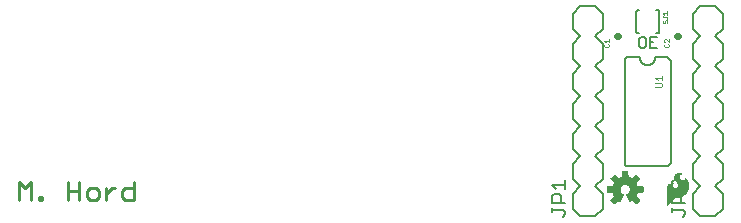
<source format=gbr>
G04 EAGLE Gerber RS-274X export*
G75*
%MOMM*%
%FSLAX34Y34*%
%LPD*%
%INSilkscreen Top*%
%IPPOS*%
%AMOC8*
5,1,8,0,0,1.08239X$1,22.5*%
G01*
%ADD10C,0.279400*%
%ADD11C,0.152400*%
%ADD12C,0.203200*%
%ADD13C,0.050800*%
%ADD14C,0.558800*%
%ADD15C,0.025400*%
%ADD16C,0.127000*%

G36*
X53770Y10306D02*
X53770Y10306D01*
X53878Y10316D01*
X53891Y10322D01*
X53905Y10324D01*
X54002Y10372D01*
X54101Y10417D01*
X54114Y10428D01*
X54123Y10432D01*
X54138Y10448D01*
X54215Y10510D01*
X56800Y13095D01*
X56863Y13184D01*
X56929Y13269D01*
X56934Y13282D01*
X56942Y13294D01*
X56973Y13397D01*
X57009Y13500D01*
X57009Y13514D01*
X57013Y13527D01*
X57009Y13635D01*
X57010Y13744D01*
X57005Y13757D01*
X57005Y13771D01*
X56967Y13873D01*
X56932Y13975D01*
X56923Y13990D01*
X56919Y13999D01*
X56905Y14016D01*
X56851Y14098D01*
X54087Y17488D01*
X54644Y18570D01*
X54650Y18590D01*
X54692Y18685D01*
X55063Y19844D01*
X59414Y20287D01*
X59518Y20315D01*
X59624Y20340D01*
X59636Y20347D01*
X59649Y20350D01*
X59739Y20411D01*
X59832Y20468D01*
X59840Y20479D01*
X59852Y20487D01*
X59918Y20573D01*
X59987Y20657D01*
X59991Y20670D01*
X60000Y20681D01*
X60034Y20784D01*
X60073Y20885D01*
X60074Y20903D01*
X60078Y20912D01*
X60078Y20934D01*
X60087Y21032D01*
X60087Y24688D01*
X60070Y24795D01*
X60056Y24903D01*
X60050Y24915D01*
X60048Y24929D01*
X59996Y25025D01*
X59949Y25122D01*
X59939Y25132D01*
X59933Y25144D01*
X59853Y25218D01*
X59777Y25295D01*
X59765Y25301D01*
X59755Y25311D01*
X59656Y25356D01*
X59559Y25404D01*
X59541Y25408D01*
X59532Y25412D01*
X59511Y25414D01*
X59414Y25433D01*
X55063Y25876D01*
X54692Y27035D01*
X54683Y27052D01*
X54681Y27060D01*
X54677Y27067D01*
X54644Y27150D01*
X54087Y28232D01*
X56851Y31622D01*
X56905Y31716D01*
X56962Y31808D01*
X56965Y31821D01*
X56972Y31833D01*
X56993Y31940D01*
X57018Y32045D01*
X57016Y32059D01*
X57019Y32073D01*
X57004Y32180D01*
X56994Y32288D01*
X56988Y32301D01*
X56986Y32315D01*
X56938Y32412D01*
X56893Y32511D01*
X56882Y32524D01*
X56878Y32533D01*
X56862Y32548D01*
X56800Y32625D01*
X54215Y35210D01*
X54126Y35273D01*
X54041Y35339D01*
X54028Y35344D01*
X54016Y35352D01*
X53913Y35383D01*
X53810Y35419D01*
X53796Y35419D01*
X53783Y35423D01*
X53675Y35419D01*
X53566Y35420D01*
X53553Y35415D01*
X53539Y35415D01*
X53437Y35377D01*
X53335Y35342D01*
X53320Y35333D01*
X53311Y35329D01*
X53294Y35315D01*
X53212Y35261D01*
X49822Y32497D01*
X48740Y33054D01*
X48720Y33060D01*
X48625Y33102D01*
X47466Y33473D01*
X47023Y37824D01*
X46995Y37928D01*
X46970Y38034D01*
X46963Y38046D01*
X46960Y38059D01*
X46899Y38149D01*
X46842Y38242D01*
X46831Y38250D01*
X46823Y38262D01*
X46737Y38328D01*
X46653Y38397D01*
X46640Y38401D01*
X46629Y38410D01*
X46526Y38444D01*
X46425Y38483D01*
X46407Y38484D01*
X46398Y38488D01*
X46376Y38488D01*
X46278Y38497D01*
X42622Y38497D01*
X42515Y38480D01*
X42407Y38466D01*
X42395Y38460D01*
X42381Y38458D01*
X42285Y38406D01*
X42188Y38359D01*
X42178Y38349D01*
X42166Y38343D01*
X42092Y38263D01*
X42015Y38187D01*
X42009Y38175D01*
X41999Y38165D01*
X41954Y38066D01*
X41906Y37969D01*
X41902Y37951D01*
X41898Y37942D01*
X41896Y37921D01*
X41877Y37824D01*
X41434Y33473D01*
X40275Y33102D01*
X40257Y33092D01*
X40160Y33054D01*
X39078Y32497D01*
X35688Y35261D01*
X35594Y35315D01*
X35502Y35372D01*
X35489Y35375D01*
X35477Y35382D01*
X35370Y35403D01*
X35265Y35428D01*
X35251Y35426D01*
X35237Y35429D01*
X35130Y35414D01*
X35022Y35404D01*
X35009Y35398D01*
X34996Y35396D01*
X34898Y35348D01*
X34799Y35303D01*
X34786Y35292D01*
X34777Y35288D01*
X34762Y35272D01*
X34685Y35210D01*
X32100Y32625D01*
X32037Y32536D01*
X31971Y32451D01*
X31966Y32438D01*
X31958Y32426D01*
X31927Y32323D01*
X31891Y32220D01*
X31891Y32206D01*
X31887Y32193D01*
X31891Y32085D01*
X31890Y31976D01*
X31895Y31963D01*
X31895Y31949D01*
X31933Y31847D01*
X31968Y31745D01*
X31977Y31730D01*
X31981Y31721D01*
X31995Y31704D01*
X32049Y31622D01*
X34813Y28232D01*
X34256Y27150D01*
X34250Y27130D01*
X34208Y27035D01*
X33837Y25876D01*
X29486Y25433D01*
X29382Y25405D01*
X29276Y25380D01*
X29264Y25373D01*
X29251Y25370D01*
X29161Y25309D01*
X29068Y25252D01*
X29060Y25241D01*
X29048Y25233D01*
X28982Y25147D01*
X28914Y25063D01*
X28909Y25050D01*
X28900Y25039D01*
X28866Y24936D01*
X28827Y24835D01*
X28826Y24817D01*
X28822Y24808D01*
X28823Y24786D01*
X28813Y24688D01*
X28813Y21032D01*
X28830Y20925D01*
X28844Y20817D01*
X28850Y20805D01*
X28852Y20791D01*
X28904Y20695D01*
X28951Y20598D01*
X28961Y20588D01*
X28967Y20576D01*
X29047Y20502D01*
X29123Y20425D01*
X29135Y20419D01*
X29146Y20409D01*
X29244Y20364D01*
X29341Y20316D01*
X29359Y20312D01*
X29368Y20308D01*
X29389Y20306D01*
X29486Y20287D01*
X33837Y19844D01*
X34208Y18685D01*
X34218Y18667D01*
X34256Y18570D01*
X34813Y17488D01*
X32049Y14098D01*
X31995Y14004D01*
X31938Y13912D01*
X31935Y13899D01*
X31928Y13887D01*
X31907Y13780D01*
X31882Y13675D01*
X31884Y13661D01*
X31881Y13647D01*
X31896Y13540D01*
X31906Y13432D01*
X31912Y13419D01*
X31914Y13406D01*
X31962Y13308D01*
X32007Y13209D01*
X32018Y13196D01*
X32022Y13187D01*
X32038Y13172D01*
X32100Y13095D01*
X34685Y10510D01*
X34774Y10447D01*
X34859Y10381D01*
X34872Y10376D01*
X34884Y10368D01*
X34987Y10337D01*
X35090Y10301D01*
X35104Y10301D01*
X35117Y10297D01*
X35225Y10301D01*
X35334Y10300D01*
X35347Y10305D01*
X35361Y10305D01*
X35463Y10343D01*
X35565Y10378D01*
X35580Y10387D01*
X35589Y10391D01*
X35606Y10405D01*
X35688Y10459D01*
X39078Y13223D01*
X40160Y12666D01*
X40213Y12649D01*
X40262Y12623D01*
X40328Y12612D01*
X40392Y12591D01*
X40448Y12592D01*
X40502Y12583D01*
X40569Y12594D01*
X40636Y12595D01*
X40688Y12613D01*
X40743Y12622D01*
X40803Y12654D01*
X40866Y12677D01*
X40909Y12711D01*
X40959Y12737D01*
X41005Y12786D01*
X41057Y12828D01*
X41088Y12875D01*
X41126Y12915D01*
X41182Y13020D01*
X41190Y13033D01*
X41191Y13038D01*
X41195Y13045D01*
X43348Y18242D01*
X43368Y18326D01*
X43373Y18338D01*
X43375Y18354D01*
X43400Y18440D01*
X43399Y18460D01*
X43404Y18480D01*
X43396Y18562D01*
X43397Y18581D01*
X43393Y18601D01*
X43389Y18684D01*
X43382Y18703D01*
X43380Y18723D01*
X43348Y18792D01*
X43342Y18819D01*
X43327Y18843D01*
X43300Y18912D01*
X43287Y18927D01*
X43279Y18945D01*
X43234Y18994D01*
X43214Y19026D01*
X43182Y19052D01*
X43143Y19098D01*
X43122Y19113D01*
X43112Y19123D01*
X43091Y19135D01*
X43028Y19179D01*
X43025Y19181D01*
X43024Y19181D01*
X43022Y19183D01*
X42138Y19678D01*
X41459Y20305D01*
X40945Y21074D01*
X40625Y21942D01*
X40517Y22859D01*
X40630Y23794D01*
X40961Y24675D01*
X41493Y25452D01*
X42194Y26081D01*
X43024Y26524D01*
X43936Y26758D01*
X44878Y26768D01*
X45794Y26554D01*
X46634Y26129D01*
X47348Y25516D01*
X47897Y24751D01*
X48248Y23877D01*
X48381Y22945D01*
X48289Y22008D01*
X47977Y21120D01*
X47462Y20332D01*
X46775Y19688D01*
X45876Y19182D01*
X45836Y19149D01*
X45794Y19127D01*
X45763Y19094D01*
X45715Y19059D01*
X45702Y19042D01*
X45686Y19029D01*
X45651Y18975D01*
X45627Y18949D01*
X45614Y18918D01*
X45572Y18861D01*
X45566Y18841D01*
X45555Y18823D01*
X45537Y18750D01*
X45527Y18727D01*
X45524Y18703D01*
X45501Y18628D01*
X45502Y18607D01*
X45497Y18586D01*
X45504Y18502D01*
X45503Y18484D01*
X45506Y18468D01*
X45509Y18384D01*
X45517Y18358D01*
X45518Y18343D01*
X45528Y18321D01*
X45552Y18242D01*
X45860Y17497D01*
X45861Y17497D01*
X46171Y16748D01*
X46481Y15999D01*
X46481Y15998D01*
X46792Y15250D01*
X46792Y15249D01*
X47102Y14500D01*
X47412Y13751D01*
X47413Y13751D01*
X47705Y13045D01*
X47734Y12998D01*
X47755Y12946D01*
X47798Y12895D01*
X47834Y12838D01*
X47877Y12803D01*
X47913Y12760D01*
X47970Y12726D01*
X48022Y12683D01*
X48074Y12664D01*
X48122Y12635D01*
X48188Y12621D01*
X48251Y12597D01*
X48306Y12595D01*
X48360Y12584D01*
X48427Y12591D01*
X48494Y12589D01*
X48548Y12605D01*
X48603Y12612D01*
X48714Y12656D01*
X48728Y12660D01*
X48732Y12663D01*
X48740Y12666D01*
X49822Y13223D01*
X53212Y10459D01*
X53306Y10405D01*
X53398Y10348D01*
X53411Y10345D01*
X53423Y10338D01*
X53530Y10317D01*
X53635Y10292D01*
X53649Y10294D01*
X53663Y10291D01*
X53770Y10306D01*
G37*
G36*
X80020Y8791D02*
X80020Y8791D01*
X80024Y8789D01*
X80094Y8825D01*
X80104Y8830D01*
X80105Y8831D01*
X84977Y14313D01*
X85831Y15095D01*
X86821Y15684D01*
X87172Y15811D01*
X87540Y15876D01*
X89815Y15876D01*
X89820Y15878D01*
X89826Y15876D01*
X91190Y16000D01*
X91200Y16006D01*
X91212Y16004D01*
X92531Y16372D01*
X92539Y16380D01*
X92552Y16381D01*
X93782Y16981D01*
X93789Y16988D01*
X93800Y16991D01*
X94957Y17808D01*
X94962Y17816D01*
X94971Y17819D01*
X96002Y18791D01*
X96005Y18799D01*
X96011Y18801D01*
X96012Y18803D01*
X96014Y18804D01*
X96899Y19911D01*
X96901Y19921D01*
X96910Y19928D01*
X97857Y21609D01*
X97858Y21620D01*
X97866Y21630D01*
X98494Y23454D01*
X98493Y23465D01*
X98500Y23476D01*
X98788Y25383D01*
X98785Y25394D01*
X98790Y25406D01*
X98788Y25458D01*
X98780Y25710D01*
X98776Y25836D01*
X98776Y25837D01*
X98768Y26089D01*
X98760Y26342D01*
X98756Y26468D01*
X98748Y26720D01*
X98737Y27099D01*
X98729Y27334D01*
X98725Y27343D01*
X98727Y27355D01*
X98520Y28394D01*
X98515Y28402D01*
X98515Y28413D01*
X98157Y29410D01*
X98151Y29417D01*
X98150Y29428D01*
X97648Y30362D01*
X97639Y30369D01*
X97636Y30381D01*
X96729Y31518D01*
X96718Y31524D01*
X96711Y31537D01*
X95585Y32458D01*
X95542Y32470D01*
X95501Y32486D01*
X95496Y32484D01*
X95490Y32485D01*
X95452Y32464D01*
X95412Y32445D01*
X95409Y32439D01*
X95405Y32437D01*
X95397Y32408D01*
X95379Y32360D01*
X95379Y31480D01*
X95363Y31360D01*
X95319Y31257D01*
X95045Y30917D01*
X94684Y30669D01*
X94510Y30604D01*
X93972Y30546D01*
X93442Y30644D01*
X92954Y30893D01*
X92052Y31544D01*
X91640Y31898D01*
X91289Y32308D01*
X91006Y32766D01*
X90800Y33260D01*
X90741Y33560D01*
X90753Y33863D01*
X90910Y34382D01*
X91196Y34842D01*
X91591Y35212D01*
X92072Y35467D01*
X92562Y35606D01*
X93073Y35663D01*
X93676Y35663D01*
X93677Y35663D01*
X93699Y35672D01*
X93767Y35701D01*
X93802Y35793D01*
X93798Y35802D01*
X93764Y35878D01*
X93762Y35881D01*
X93761Y35882D01*
X93760Y35883D01*
X93739Y35903D01*
X93732Y35906D01*
X93728Y35914D01*
X93293Y36252D01*
X93278Y36256D01*
X93266Y36268D01*
X92762Y36489D01*
X92761Y36489D01*
X92405Y36641D01*
X92177Y36742D01*
X92167Y36743D01*
X92157Y36749D01*
X91279Y36969D01*
X91270Y36968D01*
X91260Y36972D01*
X90360Y37058D01*
X90350Y37054D01*
X90338Y37058D01*
X89470Y36992D01*
X89459Y36986D01*
X89446Y36987D01*
X88606Y36756D01*
X88596Y36748D01*
X88583Y36747D01*
X87803Y36359D01*
X87796Y36351D01*
X87785Y36348D01*
X87008Y35788D01*
X87004Y35781D01*
X86995Y35777D01*
X86299Y35119D01*
X86294Y35108D01*
X86283Y35100D01*
X85852Y34497D01*
X85849Y34482D01*
X85837Y34469D01*
X85570Y33777D01*
X85570Y33761D01*
X85562Y33746D01*
X85475Y33009D01*
X85480Y32994D01*
X85476Y32977D01*
X85575Y32242D01*
X85583Y32229D01*
X85583Y32212D01*
X85863Y31524D01*
X85872Y31515D01*
X85875Y31501D01*
X87062Y29743D01*
X87070Y29738D01*
X87074Y29727D01*
X88527Y28186D01*
X88897Y27751D01*
X89137Y27248D01*
X89239Y26700D01*
X89196Y26144D01*
X89010Y25619D01*
X88695Y25159D01*
X88270Y24794D01*
X87727Y24501D01*
X87141Y24303D01*
X86531Y24206D01*
X85820Y24241D01*
X85142Y24448D01*
X84536Y24813D01*
X84223Y25141D01*
X84017Y25545D01*
X83924Y25961D01*
X83924Y26389D01*
X84017Y26804D01*
X84089Y26942D01*
X84207Y27056D01*
X85031Y27655D01*
X85164Y27726D01*
X85302Y27754D01*
X85460Y27738D01*
X85503Y27752D01*
X85548Y27763D01*
X85550Y27767D01*
X85554Y27768D01*
X85574Y27809D01*
X85597Y27848D01*
X85596Y27852D01*
X85598Y27856D01*
X85583Y27899D01*
X85570Y27943D01*
X85567Y27945D01*
X85566Y27949D01*
X85528Y27968D01*
X85492Y27989D01*
X85009Y28065D01*
X85004Y28064D01*
X84999Y28066D01*
X84059Y28139D01*
X84050Y28136D01*
X84039Y28139D01*
X83099Y28066D01*
X83089Y28061D01*
X83077Y28062D01*
X82378Y27878D01*
X82368Y27870D01*
X82354Y27869D01*
X81706Y27548D01*
X81698Y27539D01*
X81684Y27535D01*
X81114Y27090D01*
X81108Y27079D01*
X81096Y27073D01*
X80626Y26523D01*
X80622Y26511D01*
X80611Y26502D01*
X80210Y25770D01*
X80209Y25757D01*
X80200Y25746D01*
X79960Y24947D01*
X79961Y24934D01*
X79955Y24921D01*
X79885Y24090D01*
X79887Y24084D01*
X79885Y24079D01*
X79885Y8915D01*
X79887Y8910D01*
X79885Y8906D01*
X79906Y8866D01*
X79923Y8824D01*
X79928Y8823D01*
X79930Y8818D01*
X79973Y8805D01*
X80015Y8789D01*
X80020Y8791D01*
G37*
D10*
X-468503Y14097D02*
X-468503Y29096D01*
X-463503Y24096D01*
X-458504Y29096D01*
X-458504Y14097D01*
X-452131Y14097D02*
X-452131Y16597D01*
X-449632Y16597D01*
X-449632Y14097D01*
X-452131Y14097D01*
X-427574Y14097D02*
X-427574Y29096D01*
X-427574Y21596D02*
X-417575Y21596D01*
X-417575Y14097D02*
X-417575Y29096D01*
X-408703Y14097D02*
X-403703Y14097D01*
X-401203Y16597D01*
X-401203Y21596D01*
X-403703Y24096D01*
X-408703Y24096D01*
X-411203Y21596D01*
X-411203Y16597D01*
X-408703Y14097D01*
X-394831Y14097D02*
X-394831Y24096D01*
X-394831Y19097D02*
X-389831Y24096D01*
X-387332Y24096D01*
X-371189Y29096D02*
X-371189Y14097D01*
X-378688Y14097D01*
X-381188Y16597D01*
X-381188Y21596D01*
X-378688Y24096D01*
X-371189Y24096D01*
D11*
X57617Y151645D02*
X60499Y151645D01*
X57617Y151645D02*
X56177Y150205D01*
X56177Y144443D01*
X57617Y143002D01*
X60499Y143002D01*
X61939Y144443D01*
X61939Y150205D01*
X60499Y151645D01*
X65532Y151645D02*
X71294Y151645D01*
X65532Y151645D02*
X65532Y143002D01*
X71294Y143002D01*
X68413Y147324D02*
X65532Y147324D01*
D12*
X82963Y131318D02*
X82963Y46482D01*
X47847Y42672D02*
X47734Y42656D01*
X47620Y42645D01*
X47506Y42638D01*
X47392Y42634D01*
X47277Y42635D01*
X47163Y42639D01*
X47049Y42647D01*
X46935Y42659D01*
X46822Y42675D01*
X46710Y42695D01*
X46598Y42719D01*
X46487Y42746D01*
X46377Y42778D01*
X46268Y42813D01*
X46160Y42851D01*
X46054Y42894D01*
X45950Y42940D01*
X45846Y42989D01*
X45745Y43042D01*
X45646Y43098D01*
X45548Y43158D01*
X45453Y43221D01*
X45360Y43288D01*
X45269Y43357D01*
X45181Y43429D01*
X45095Y43505D01*
X45011Y43583D01*
X44931Y43664D01*
X44853Y43748D01*
X44778Y43835D01*
X44707Y43924D01*
X44638Y44015D01*
X44572Y44109D01*
X44510Y44204D01*
X44451Y44302D01*
X44395Y44402D01*
X44343Y44504D01*
X44294Y44607D01*
X44249Y44712D01*
X44208Y44819D01*
X44170Y44927D01*
X44135Y45036D01*
X44105Y45146D01*
X44078Y45257D01*
X44056Y45369D01*
X44037Y45482D01*
X82963Y131318D02*
X82946Y131448D01*
X82925Y131577D01*
X82900Y131706D01*
X82872Y131834D01*
X82839Y131961D01*
X82803Y132087D01*
X82762Y132212D01*
X82718Y132335D01*
X82671Y132457D01*
X82619Y132578D01*
X82565Y132697D01*
X82506Y132814D01*
X82444Y132929D01*
X82379Y133043D01*
X82310Y133155D01*
X82237Y133264D01*
X82162Y133371D01*
X82083Y133476D01*
X82001Y133578D01*
X81916Y133678D01*
X81829Y133775D01*
X81738Y133870D01*
X81644Y133962D01*
X81548Y134051D01*
X81449Y134137D01*
X81348Y134219D01*
X81244Y134299D01*
X81137Y134376D01*
X81029Y134449D01*
X80918Y134519D01*
X80805Y134586D01*
X80690Y134649D01*
X80574Y134709D01*
X80455Y134765D01*
X80335Y134818D01*
X80214Y134867D01*
X80091Y134912D01*
X79966Y134954D01*
X79841Y134992D01*
X79714Y135025D01*
X79587Y135056D01*
X79458Y135082D01*
X79329Y135104D01*
X79199Y135123D01*
X79069Y135137D01*
X78938Y135148D01*
X78807Y135154D01*
X78676Y135157D01*
X78545Y135156D01*
X78414Y135150D01*
X78284Y135141D01*
X78153Y135128D01*
X82963Y46482D02*
X82961Y46360D01*
X82955Y46238D01*
X82945Y46116D01*
X82932Y45995D01*
X82914Y45874D01*
X82893Y45754D01*
X82868Y45634D01*
X82839Y45515D01*
X82806Y45398D01*
X82769Y45281D01*
X82729Y45166D01*
X82685Y45052D01*
X82637Y44940D01*
X82586Y44829D01*
X82531Y44720D01*
X82473Y44612D01*
X82411Y44507D01*
X82346Y44403D01*
X82278Y44302D01*
X82207Y44203D01*
X82132Y44106D01*
X82054Y44012D01*
X81974Y43920D01*
X81890Y43831D01*
X81804Y43745D01*
X81715Y43661D01*
X81623Y43581D01*
X81529Y43503D01*
X81432Y43428D01*
X81333Y43357D01*
X81232Y43289D01*
X81128Y43224D01*
X81023Y43162D01*
X80915Y43104D01*
X80806Y43049D01*
X80695Y42998D01*
X80583Y42950D01*
X80469Y42906D01*
X80354Y42866D01*
X80237Y42829D01*
X80120Y42796D01*
X80001Y42767D01*
X79881Y42742D01*
X79761Y42721D01*
X79640Y42703D01*
X79519Y42690D01*
X79397Y42680D01*
X79275Y42674D01*
X79153Y42672D01*
X44037Y131317D02*
X44022Y131431D01*
X44010Y131545D01*
X44003Y131659D01*
X43999Y131773D01*
X44000Y131887D01*
X44004Y132002D01*
X44012Y132116D01*
X44024Y132229D01*
X44040Y132342D01*
X44060Y132455D01*
X44084Y132567D01*
X44111Y132678D01*
X44142Y132788D01*
X44177Y132897D01*
X44216Y133004D01*
X44258Y133111D01*
X44304Y133215D01*
X44354Y133318D01*
X44407Y133420D01*
X44463Y133519D01*
X44523Y133617D01*
X44586Y133712D01*
X44652Y133805D01*
X44722Y133896D01*
X44794Y133984D01*
X44870Y134070D01*
X44948Y134153D01*
X45029Y134234D01*
X45113Y134312D01*
X45199Y134386D01*
X45288Y134458D01*
X45380Y134527D01*
X45473Y134593D01*
X45569Y134655D01*
X45667Y134714D01*
X45767Y134770D01*
X45869Y134822D01*
X45972Y134870D01*
X46077Y134916D01*
X46184Y134957D01*
X46292Y134995D01*
X46401Y135029D01*
X46511Y135059D01*
X46622Y135086D01*
X46734Y135109D01*
X46847Y135128D01*
X44037Y131318D02*
X44037Y45482D01*
X47847Y42672D02*
X79153Y42672D01*
X69596Y134620D02*
X69594Y134462D01*
X69588Y134303D01*
X69578Y134145D01*
X69564Y133988D01*
X69547Y133830D01*
X69525Y133674D01*
X69500Y133517D01*
X69470Y133362D01*
X69437Y133207D01*
X69400Y133053D01*
X69359Y132900D01*
X69314Y132748D01*
X69265Y132598D01*
X69213Y132448D01*
X69157Y132300D01*
X69097Y132153D01*
X69034Y132008D01*
X68967Y131865D01*
X68897Y131723D01*
X68823Y131583D01*
X68745Y131445D01*
X68664Y131309D01*
X68580Y131175D01*
X68493Y131043D01*
X68402Y130913D01*
X68308Y130786D01*
X68211Y130661D01*
X68110Y130538D01*
X68007Y130418D01*
X67901Y130301D01*
X67792Y130186D01*
X67680Y130074D01*
X67565Y129965D01*
X67448Y129859D01*
X67328Y129756D01*
X67205Y129655D01*
X67080Y129558D01*
X66953Y129464D01*
X66823Y129373D01*
X66691Y129286D01*
X66557Y129202D01*
X66421Y129121D01*
X66283Y129043D01*
X66143Y128969D01*
X66001Y128899D01*
X65858Y128832D01*
X65713Y128769D01*
X65566Y128709D01*
X65418Y128653D01*
X65268Y128601D01*
X65118Y128552D01*
X64966Y128507D01*
X64813Y128466D01*
X64659Y128429D01*
X64504Y128396D01*
X64349Y128366D01*
X64192Y128341D01*
X64036Y128319D01*
X63878Y128302D01*
X63721Y128288D01*
X63563Y128278D01*
X63404Y128272D01*
X63246Y128270D01*
X63088Y128272D01*
X62929Y128278D01*
X62771Y128288D01*
X62614Y128302D01*
X62456Y128319D01*
X62300Y128341D01*
X62143Y128366D01*
X61988Y128396D01*
X61833Y128429D01*
X61679Y128466D01*
X61526Y128507D01*
X61374Y128552D01*
X61224Y128601D01*
X61074Y128653D01*
X60926Y128709D01*
X60779Y128769D01*
X60634Y128832D01*
X60491Y128899D01*
X60349Y128969D01*
X60209Y129043D01*
X60071Y129121D01*
X59935Y129202D01*
X59801Y129286D01*
X59669Y129373D01*
X59539Y129464D01*
X59412Y129558D01*
X59287Y129655D01*
X59164Y129756D01*
X59044Y129859D01*
X58927Y129965D01*
X58812Y130074D01*
X58700Y130186D01*
X58591Y130301D01*
X58485Y130418D01*
X58382Y130538D01*
X58281Y130661D01*
X58184Y130786D01*
X58090Y130913D01*
X57999Y131043D01*
X57912Y131175D01*
X57828Y131309D01*
X57747Y131445D01*
X57669Y131583D01*
X57595Y131723D01*
X57525Y131865D01*
X57458Y132008D01*
X57395Y132153D01*
X57335Y132300D01*
X57279Y132448D01*
X57227Y132598D01*
X57178Y132748D01*
X57133Y132900D01*
X57092Y133053D01*
X57055Y133207D01*
X57022Y133362D01*
X56992Y133517D01*
X56967Y133674D01*
X56945Y133830D01*
X56928Y133988D01*
X56914Y134145D01*
X56904Y134303D01*
X56898Y134462D01*
X56896Y134620D01*
X69596Y135128D02*
X78026Y135128D01*
X56896Y135128D02*
X46847Y135128D01*
D13*
X70099Y109678D02*
X74760Y109678D01*
X75692Y110610D01*
X75692Y112474D01*
X74760Y113406D01*
X70099Y113406D01*
X71964Y115291D02*
X70099Y117155D01*
X75692Y117155D01*
X75692Y115291D02*
X75692Y119019D01*
D14*
X38405Y152400D02*
X37795Y152400D01*
D15*
X27175Y146179D02*
X26540Y145544D01*
X26540Y144273D01*
X27175Y143637D01*
X29717Y143637D01*
X30353Y144273D01*
X30353Y145544D01*
X29717Y146179D01*
X27811Y147379D02*
X26540Y148650D01*
X30353Y148650D01*
X30353Y147379D02*
X30353Y149921D01*
D12*
X53500Y157100D02*
X53500Y173100D01*
X70500Y155100D02*
X70598Y155082D01*
X70697Y155068D01*
X70797Y155058D01*
X70897Y155052D01*
X70997Y155050D01*
X71097Y155052D01*
X71197Y155058D01*
X71297Y155067D01*
X71396Y155081D01*
X71495Y155098D01*
X71592Y155120D01*
X71689Y155145D01*
X71785Y155174D01*
X71880Y155206D01*
X71973Y155243D01*
X72065Y155283D01*
X72155Y155326D01*
X72244Y155373D01*
X72330Y155424D01*
X72414Y155478D01*
X72497Y155535D01*
X72576Y155595D01*
X72654Y155659D01*
X72729Y155725D01*
X72801Y155795D01*
X72871Y155867D01*
X72937Y155942D01*
X73001Y156019D01*
X73061Y156099D01*
X73119Y156181D01*
X73173Y156265D01*
X73223Y156352D01*
X73271Y156440D01*
X73314Y156530D01*
X73355Y156622D01*
X73391Y156715D01*
X73424Y156809D01*
X73453Y156905D01*
X73478Y157002D01*
X73500Y157100D01*
X73501Y173100D02*
X73479Y173198D01*
X73454Y173295D01*
X73425Y173391D01*
X73392Y173485D01*
X73355Y173578D01*
X73315Y173670D01*
X73271Y173760D01*
X73224Y173848D01*
X73173Y173935D01*
X73119Y174019D01*
X73062Y174101D01*
X73001Y174181D01*
X72938Y174258D01*
X72871Y174333D01*
X72802Y174405D01*
X72729Y174474D01*
X72655Y174541D01*
X72577Y174604D01*
X72497Y174665D01*
X72415Y174722D01*
X72331Y174776D01*
X72244Y174826D01*
X72156Y174873D01*
X72066Y174917D01*
X71974Y174957D01*
X71881Y174993D01*
X71786Y175026D01*
X71690Y175055D01*
X71593Y175080D01*
X71495Y175102D01*
X71397Y175119D01*
X71297Y175133D01*
X71198Y175142D01*
X71098Y175148D01*
X70998Y175150D01*
X70898Y175148D01*
X70798Y175142D01*
X70698Y175132D01*
X70599Y175118D01*
X70500Y175100D01*
X56500Y175100D02*
X56401Y175118D01*
X56302Y175132D01*
X56202Y175142D01*
X56102Y175148D01*
X56002Y175150D01*
X55902Y175148D01*
X55802Y175142D01*
X55703Y175133D01*
X55603Y175119D01*
X55505Y175102D01*
X55407Y175080D01*
X55310Y175055D01*
X55214Y175026D01*
X55119Y174993D01*
X55026Y174957D01*
X54934Y174917D01*
X54844Y174873D01*
X54756Y174826D01*
X54669Y174776D01*
X54585Y174722D01*
X54503Y174665D01*
X54423Y174604D01*
X54345Y174541D01*
X54271Y174474D01*
X54198Y174405D01*
X54129Y174333D01*
X54062Y174258D01*
X53999Y174181D01*
X53938Y174101D01*
X53881Y174019D01*
X53827Y173935D01*
X53776Y173848D01*
X53729Y173760D01*
X53685Y173670D01*
X53645Y173578D01*
X53608Y173485D01*
X53575Y173391D01*
X53546Y173295D01*
X53521Y173198D01*
X53499Y173100D01*
X53499Y157100D02*
X53521Y157002D01*
X53546Y156905D01*
X53575Y156809D01*
X53608Y156715D01*
X53645Y156622D01*
X53685Y156530D01*
X53729Y156440D01*
X53776Y156352D01*
X53827Y156265D01*
X53881Y156181D01*
X53938Y156099D01*
X53999Y156019D01*
X54062Y155942D01*
X54129Y155867D01*
X54198Y155795D01*
X54271Y155726D01*
X54345Y155659D01*
X54423Y155596D01*
X54503Y155535D01*
X54585Y155478D01*
X54669Y155424D01*
X54756Y155374D01*
X54844Y155327D01*
X54934Y155283D01*
X55026Y155243D01*
X55119Y155207D01*
X55214Y155174D01*
X55310Y155145D01*
X55407Y155120D01*
X55505Y155098D01*
X55603Y155081D01*
X55703Y155067D01*
X55802Y155058D01*
X55902Y155052D01*
X56002Y155050D01*
X56102Y155052D01*
X56202Y155058D01*
X56302Y155068D01*
X56401Y155082D01*
X56500Y155100D01*
X73500Y157100D02*
X73500Y173100D01*
D15*
X76959Y166068D02*
X76324Y165432D01*
X76324Y164161D01*
X76959Y163526D01*
X77595Y163526D01*
X78230Y164161D01*
X78230Y165432D01*
X78866Y166068D01*
X79501Y166068D01*
X80137Y165432D01*
X80137Y164161D01*
X79501Y163526D01*
X79501Y167268D02*
X80137Y167903D01*
X80137Y168539D01*
X79501Y169174D01*
X76324Y169174D01*
X76324Y168539D02*
X76324Y169810D01*
X77595Y171010D02*
X76324Y172281D01*
X80137Y172281D01*
X80137Y171010D02*
X80137Y173552D01*
D12*
X0Y171450D02*
X0Y158750D01*
X0Y171450D02*
X6350Y177800D01*
X19050Y177800D02*
X25400Y171450D01*
X0Y133350D02*
X6350Y127000D01*
X0Y133350D02*
X0Y146050D01*
X6350Y152400D01*
X19050Y152400D02*
X25400Y146050D01*
X25400Y133350D01*
X19050Y127000D01*
X6350Y152400D02*
X0Y158750D01*
X19050Y152400D02*
X25400Y158750D01*
X25400Y171450D01*
X0Y95250D02*
X0Y82550D01*
X0Y95250D02*
X6350Y101600D01*
X19050Y101600D02*
X25400Y95250D01*
X6350Y101600D02*
X0Y107950D01*
X0Y120650D01*
X6350Y127000D01*
X19050Y127000D02*
X25400Y120650D01*
X25400Y107950D01*
X19050Y101600D01*
X0Y57150D02*
X6350Y50800D01*
X0Y57150D02*
X0Y69850D01*
X6350Y76200D01*
X19050Y76200D02*
X25400Y69850D01*
X25400Y57150D01*
X19050Y50800D01*
X6350Y76200D02*
X0Y82550D01*
X19050Y76200D02*
X25400Y82550D01*
X25400Y95250D01*
X0Y19050D02*
X0Y6350D01*
X0Y19050D02*
X6350Y25400D01*
X19050Y25400D02*
X25400Y19050D01*
X6350Y25400D02*
X0Y31750D01*
X0Y44450D01*
X6350Y50800D01*
X19050Y50800D02*
X25400Y44450D01*
X25400Y31750D01*
X19050Y25400D01*
X19050Y0D02*
X6350Y0D01*
X0Y6350D01*
X19050Y0D02*
X25400Y6350D01*
X25400Y19050D01*
X19050Y177800D02*
X6350Y177800D01*
D16*
X-6223Y1780D02*
X-8130Y-127D01*
X-6223Y1780D02*
X-6223Y3686D01*
X-8130Y5593D01*
X-17663Y5593D01*
X-17663Y3686D02*
X-17663Y7500D01*
X-17663Y11567D02*
X-6223Y11567D01*
X-17663Y11567D02*
X-17663Y17287D01*
X-15756Y19193D01*
X-11943Y19193D01*
X-10036Y17287D01*
X-10036Y11567D01*
X-13850Y23261D02*
X-17663Y27074D01*
X-6223Y27074D01*
X-6223Y23261D02*
X-6223Y30887D01*
D12*
X101600Y158750D02*
X101600Y171450D01*
X107950Y177800D01*
X120650Y177800D02*
X127000Y171450D01*
X101600Y133350D02*
X107950Y127000D01*
X101600Y133350D02*
X101600Y146050D01*
X107950Y152400D01*
X120650Y152400D02*
X127000Y146050D01*
X127000Y133350D01*
X120650Y127000D01*
X107950Y152400D02*
X101600Y158750D01*
X120650Y152400D02*
X127000Y158750D01*
X127000Y171450D01*
X101600Y95250D02*
X101600Y82550D01*
X101600Y95250D02*
X107950Y101600D01*
X120650Y101600D02*
X127000Y95250D01*
X107950Y101600D02*
X101600Y107950D01*
X101600Y120650D01*
X107950Y127000D01*
X120650Y127000D02*
X127000Y120650D01*
X127000Y107950D01*
X120650Y101600D01*
X101600Y57150D02*
X107950Y50800D01*
X101600Y57150D02*
X101600Y69850D01*
X107950Y76200D01*
X120650Y76200D02*
X127000Y69850D01*
X127000Y57150D01*
X120650Y50800D01*
X107950Y76200D02*
X101600Y82550D01*
X120650Y76200D02*
X127000Y82550D01*
X127000Y95250D01*
X101600Y19050D02*
X101600Y6350D01*
X101600Y19050D02*
X107950Y25400D01*
X120650Y25400D02*
X127000Y19050D01*
X107950Y25400D02*
X101600Y31750D01*
X101600Y44450D01*
X107950Y50800D01*
X120650Y50800D02*
X127000Y44450D01*
X127000Y31750D01*
X120650Y25400D01*
X120650Y0D02*
X107950Y0D01*
X101600Y6350D01*
X120650Y0D02*
X127000Y6350D01*
X127000Y19050D01*
X120650Y177800D02*
X107950Y177800D01*
D16*
X95377Y1780D02*
X93470Y-127D01*
X95377Y1780D02*
X95377Y3686D01*
X93470Y5593D01*
X83937Y5593D01*
X83937Y3686D02*
X83937Y7500D01*
X83937Y11567D02*
X95377Y11567D01*
X83937Y11567D02*
X83937Y17287D01*
X85844Y19193D01*
X89657Y19193D01*
X91564Y17287D01*
X91564Y11567D01*
X95377Y23261D02*
X95377Y30887D01*
X95377Y23261D02*
X87751Y30887D01*
X85844Y30887D01*
X83937Y28981D01*
X83937Y25168D01*
X85844Y23261D01*
D14*
X88595Y152400D02*
X89205Y152400D01*
D15*
X77975Y146179D02*
X77340Y145544D01*
X77340Y144273D01*
X77975Y143637D01*
X80517Y143637D01*
X81153Y144273D01*
X81153Y145544D01*
X80517Y146179D01*
X81153Y147379D02*
X81153Y149921D01*
X81153Y147379D02*
X78611Y149921D01*
X77975Y149921D01*
X77340Y149286D01*
X77340Y148015D01*
X77975Y147379D01*
M02*

</source>
